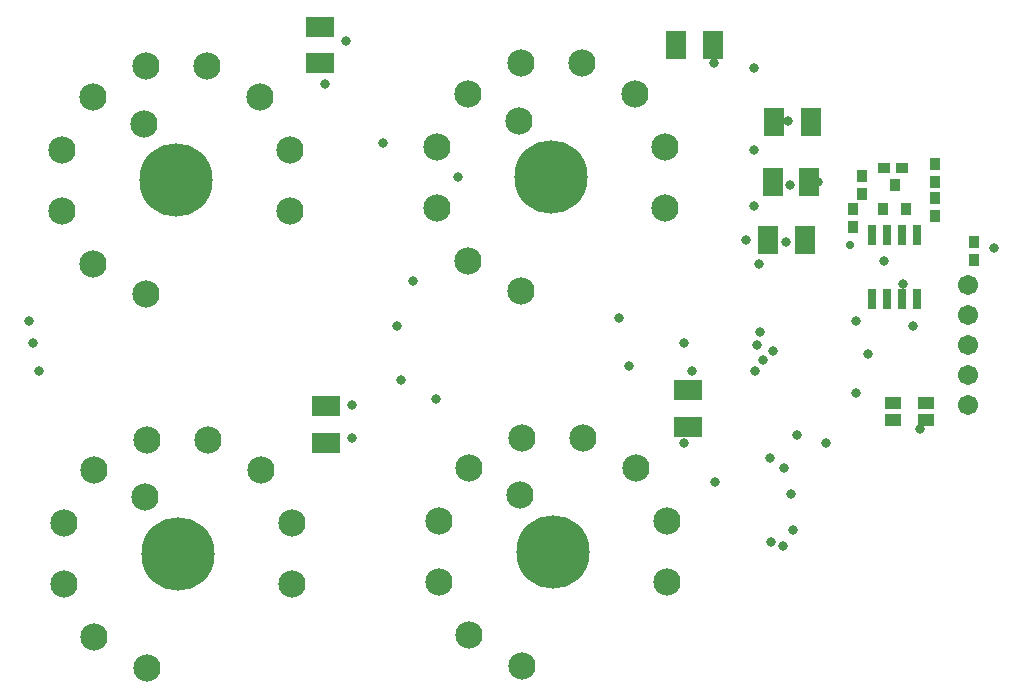
<source format=gts>
G04*
G04 #@! TF.GenerationSoftware,Altium Limited,Altium Designer,19.0.14 (431)*
G04*
G04 Layer_Color=8388736*
%FSLAX25Y25*%
%MOIN*%
G70*
G01*
G75*
%ADD12C,0.00000*%
%ADD13R,0.03162X0.06902*%
%ADD14R,0.03753X0.03950*%
%ADD15R,0.03950X0.03753*%
%ADD16R,0.03556X0.04343*%
%ADD17R,0.09461X0.06706*%
%ADD18R,0.06706X0.09461*%
%ADD19R,0.05524X0.04343*%
%ADD20C,0.24422*%
%ADD21C,0.09068*%
%ADD22C,0.06706*%
%ADD23C,0.03162*%
%ADD24C,0.02800*%
D12*
X-34215Y42810D02*
X-34401Y43806D01*
X-34934Y44667D01*
X-35743Y45277D01*
X-36717Y45555D01*
X-37725Y45461D01*
X-38632Y45010D01*
X-39314Y44261D01*
X-39680Y43317D01*
Y42304D01*
X-39314Y41359D01*
X-38632Y40611D01*
X-37725Y40159D01*
X-36717Y40066D01*
X-35743Y40343D01*
X-34934Y40953D01*
X-34401Y41815D01*
X-34215Y42810D01*
X-34215Y63190D02*
X-34401Y64185D01*
X-34934Y65046D01*
X-35743Y65657D01*
X-36717Y65934D01*
X-37725Y65841D01*
X-38632Y65389D01*
X-39314Y64641D01*
X-39680Y63696D01*
Y62683D01*
X-39314Y61739D01*
X-38632Y60990D01*
X-37725Y60539D01*
X-36717Y60445D01*
X-35743Y60723D01*
X-34934Y61333D01*
X-34401Y62194D01*
X-34215Y63190D01*
X-44405Y80839D02*
X-44591Y81835D01*
X-45124Y82696D01*
X-45932Y83306D01*
X-46907Y83583D01*
X-47915Y83490D01*
X-48822Y83039D01*
X-49504Y82290D01*
X-49870Y81346D01*
Y80333D01*
X-49504Y79388D01*
X-48822Y78640D01*
X-47915Y78189D01*
X-46907Y78095D01*
X-45932Y78372D01*
X-45124Y78983D01*
X-44591Y79844D01*
X-44405Y80839D01*
X-62054Y91029D02*
X-62240Y92024D01*
X-62774Y92886D01*
X-63582Y93496D01*
X-64556Y93773D01*
X-65564Y93680D01*
X-66471Y93228D01*
X-67153Y92480D01*
X-67519Y91535D01*
Y90522D01*
X-67153Y89578D01*
X-66471Y88829D01*
X-65564Y88378D01*
X-64556Y88284D01*
X-63582Y88562D01*
X-62774Y89172D01*
X-62240Y90033D01*
X-62054Y91029D01*
X-83071Y71753D02*
X-83257Y72749D01*
X-83790Y73610D01*
X-84598Y74220D01*
X-85573Y74497D01*
X-86581Y74404D01*
X-87488Y73952D01*
X-88170Y73204D01*
X-88536Y72259D01*
Y71246D01*
X-88170Y70302D01*
X-87488Y69554D01*
X-86581Y69102D01*
X-85573Y69009D01*
X-84598Y69286D01*
X-83790Y69896D01*
X-83257Y70757D01*
X-83071Y71753D01*
X-82434Y91029D02*
X-82620Y92025D01*
X-83153Y92886D01*
X-83961Y93496D01*
X-84935Y93773D01*
X-85944Y93680D01*
X-86851Y93228D01*
X-87533Y92480D01*
X-87899Y91536D01*
Y90523D01*
X-87533Y89578D01*
X-86851Y88830D01*
X-85944Y88378D01*
X-84935Y88285D01*
X-83961Y88562D01*
X-83153Y89172D01*
X-82620Y90034D01*
X-82434Y91029D01*
X-100083Y80839D02*
X-100269Y81835D01*
X-100803Y82696D01*
X-101611Y83306D01*
X-102585Y83583D01*
X-103594Y83490D01*
X-104500Y83038D01*
X-105183Y82290D01*
X-105548Y81345D01*
Y80333D01*
X-105183Y79388D01*
X-104500Y78640D01*
X-103594Y78188D01*
X-102585Y78095D01*
X-101611Y78372D01*
X-100803Y78982D01*
X-100269Y79843D01*
X-100083Y80839D01*
X-110273Y63190D02*
X-110459Y64185D01*
X-110992Y65047D01*
X-111800Y65657D01*
X-112775Y65934D01*
X-113783Y65841D01*
X-114690Y65389D01*
X-115372Y64641D01*
X-115738Y63696D01*
Y62683D01*
X-115372Y61739D01*
X-114690Y60990D01*
X-113783Y60539D01*
X-112775Y60445D01*
X-111800Y60723D01*
X-110992Y61333D01*
X-110459Y62194D01*
X-110273Y63190D01*
X-110273Y42810D02*
X-110459Y43806D01*
X-110992Y44667D01*
X-111801Y45277D01*
X-112775Y45555D01*
X-113783Y45461D01*
X-114690Y45010D01*
X-115372Y44261D01*
X-115738Y43317D01*
Y42304D01*
X-115372Y41359D01*
X-114690Y40611D01*
X-113783Y40159D01*
X-112775Y40066D01*
X-111801Y40343D01*
X-110992Y40954D01*
X-110459Y41815D01*
X-110273Y42810D01*
X-100083Y25161D02*
X-100269Y26156D01*
X-100802Y27017D01*
X-101611Y27628D01*
X-102585Y27905D01*
X-103593Y27812D01*
X-104500Y27360D01*
X-105182Y26612D01*
X-105548Y25667D01*
Y24654D01*
X-105182Y23710D01*
X-104500Y22961D01*
X-103593Y22510D01*
X-102585Y22416D01*
X-101611Y22694D01*
X-100802Y23304D01*
X-100269Y24165D01*
X-100083Y25161D01*
X-82434Y14971D02*
X-82620Y15967D01*
X-83153Y16828D01*
X-83961Y17438D01*
X-84935Y17716D01*
X-85944Y17622D01*
X-86851Y17171D01*
X-87533Y16422D01*
X-87899Y15478D01*
Y14465D01*
X-87533Y13520D01*
X-86851Y12772D01*
X-85944Y12320D01*
X-84935Y12227D01*
X-83961Y12504D01*
X-83153Y13115D01*
X-82620Y13976D01*
X-82434Y14971D01*
X91285Y-81029D02*
X91099Y-80033D01*
X90566Y-79172D01*
X89757Y-78562D01*
X88783Y-78285D01*
X87775Y-78378D01*
X86868Y-78829D01*
X86186Y-79578D01*
X85820Y-80522D01*
Y-81535D01*
X86186Y-82480D01*
X86868Y-83228D01*
X87775Y-83680D01*
X88783Y-83773D01*
X89757Y-83496D01*
X90566Y-82885D01*
X91099Y-82024D01*
X91285Y-81029D01*
X91285Y-60649D02*
X91099Y-59654D01*
X90566Y-58793D01*
X89758Y-58182D01*
X88783Y-57905D01*
X87775Y-57999D01*
X86868Y-58450D01*
X86186Y-59198D01*
X85820Y-60143D01*
Y-61156D01*
X86186Y-62100D01*
X86868Y-62849D01*
X87775Y-63300D01*
X88783Y-63393D01*
X89758Y-63116D01*
X90566Y-62506D01*
X91099Y-61645D01*
X91285Y-60649D01*
X81095Y-43000D02*
X80909Y-42004D01*
X80376Y-41143D01*
X79567Y-40533D01*
X78593Y-40255D01*
X77585Y-40349D01*
X76678Y-40800D01*
X75996Y-41549D01*
X75630Y-42493D01*
Y-43506D01*
X75996Y-44451D01*
X76678Y-45199D01*
X77585Y-45651D01*
X78593Y-45744D01*
X79567Y-45467D01*
X80376Y-44856D01*
X80909Y-43995D01*
X81095Y-43000D01*
X63446Y-32810D02*
X63260Y-31815D01*
X62726Y-30953D01*
X61918Y-30343D01*
X60944Y-30066D01*
X59936Y-30159D01*
X59029Y-30611D01*
X58347Y-31359D01*
X57981Y-32304D01*
Y-33317D01*
X58347Y-34261D01*
X59029Y-35010D01*
X59936Y-35461D01*
X60944Y-35555D01*
X61918Y-35277D01*
X62726Y-34667D01*
X63260Y-33806D01*
X63446Y-32810D01*
X42429Y-52086D02*
X42243Y-51091D01*
X41710Y-50229D01*
X40901Y-49619D01*
X39927Y-49342D01*
X38919Y-49435D01*
X38012Y-49887D01*
X37330Y-50635D01*
X36964Y-51580D01*
Y-52592D01*
X37330Y-53537D01*
X38012Y-54285D01*
X38919Y-54737D01*
X39927Y-54830D01*
X40901Y-54553D01*
X41710Y-53943D01*
X42243Y-53082D01*
X42429Y-52086D01*
X43066Y-32810D02*
X42880Y-31814D01*
X42347Y-30953D01*
X41539Y-30343D01*
X40565Y-30066D01*
X39556Y-30159D01*
X38649Y-30611D01*
X37967Y-31359D01*
X37601Y-32304D01*
Y-33316D01*
X37967Y-34261D01*
X38649Y-35009D01*
X39556Y-35461D01*
X40565Y-35554D01*
X41539Y-35277D01*
X42347Y-34667D01*
X42880Y-33806D01*
X43066Y-32810D01*
X25417Y-43000D02*
X25231Y-42004D01*
X24697Y-41143D01*
X23889Y-40533D01*
X22915Y-40256D01*
X21906Y-40349D01*
X21000Y-40801D01*
X20317Y-41549D01*
X19952Y-42494D01*
Y-43506D01*
X20317Y-44451D01*
X21000Y-45199D01*
X21906Y-45651D01*
X22915Y-45744D01*
X23889Y-45467D01*
X24697Y-44857D01*
X25231Y-43995D01*
X25417Y-43000D01*
X15227Y-60649D02*
X15041Y-59654D01*
X14508Y-58793D01*
X13700Y-58182D01*
X12725Y-57905D01*
X11717Y-57998D01*
X10810Y-58450D01*
X10128Y-59198D01*
X9762Y-60143D01*
Y-61156D01*
X10128Y-62100D01*
X10810Y-62849D01*
X11717Y-63300D01*
X12725Y-63393D01*
X13700Y-63116D01*
X14508Y-62506D01*
X15041Y-61645D01*
X15227Y-60649D01*
X15227Y-81029D02*
X15041Y-80033D01*
X14508Y-79172D01*
X13699Y-78562D01*
X12725Y-78285D01*
X11717Y-78378D01*
X10810Y-78829D01*
X10128Y-79578D01*
X9762Y-80522D01*
Y-81535D01*
X10128Y-82480D01*
X10810Y-83228D01*
X11717Y-83679D01*
X12725Y-83773D01*
X13699Y-83496D01*
X14508Y-82885D01*
X15041Y-82024D01*
X15227Y-81029D01*
X25417Y-98678D02*
X25231Y-97683D01*
X24698Y-96822D01*
X23889Y-96211D01*
X22915Y-95934D01*
X21907Y-96027D01*
X21000Y-96479D01*
X20318Y-97227D01*
X19952Y-98172D01*
Y-99185D01*
X20318Y-100129D01*
X21000Y-100878D01*
X21907Y-101329D01*
X22915Y-101423D01*
X23889Y-101145D01*
X24698Y-100535D01*
X25231Y-99674D01*
X25417Y-98678D01*
X43066Y-108868D02*
X42880Y-107872D01*
X42347Y-107011D01*
X41539Y-106401D01*
X40565Y-106123D01*
X39556Y-106217D01*
X38649Y-106668D01*
X37967Y-107417D01*
X37601Y-108361D01*
Y-109374D01*
X37967Y-110319D01*
X38649Y-111067D01*
X39556Y-111519D01*
X40565Y-111612D01*
X41539Y-111335D01*
X42347Y-110724D01*
X42880Y-109863D01*
X43066Y-108868D01*
X-81934Y-109529D02*
X-82120Y-108533D01*
X-82653Y-107672D01*
X-83461Y-107062D01*
X-84435Y-106784D01*
X-85444Y-106878D01*
X-86351Y-107329D01*
X-87033Y-108078D01*
X-87399Y-109022D01*
Y-110035D01*
X-87033Y-110980D01*
X-86351Y-111728D01*
X-85444Y-112180D01*
X-84435Y-112273D01*
X-83461Y-111996D01*
X-82653Y-111386D01*
X-82120Y-110524D01*
X-81934Y-109529D01*
X-99583Y-99339D02*
X-99769Y-98344D01*
X-100302Y-97483D01*
X-101111Y-96872D01*
X-102085Y-96595D01*
X-103093Y-96688D01*
X-104000Y-97140D01*
X-104682Y-97888D01*
X-105048Y-98833D01*
Y-99846D01*
X-104682Y-100790D01*
X-104000Y-101539D01*
X-103093Y-101990D01*
X-102085Y-102084D01*
X-101111Y-101806D01*
X-100302Y-101196D01*
X-99769Y-100335D01*
X-99583Y-99339D01*
X-109773Y-81690D02*
X-109959Y-80694D01*
X-110492Y-79833D01*
X-111301Y-79223D01*
X-112275Y-78945D01*
X-113283Y-79039D01*
X-114190Y-79490D01*
X-114872Y-80239D01*
X-115238Y-81183D01*
Y-82196D01*
X-114872Y-83141D01*
X-114190Y-83889D01*
X-113283Y-84341D01*
X-112275Y-84434D01*
X-111301Y-84157D01*
X-110492Y-83546D01*
X-109959Y-82685D01*
X-109773Y-81690D01*
X-109773Y-61310D02*
X-109959Y-60315D01*
X-110492Y-59453D01*
X-111300Y-58843D01*
X-112275Y-58566D01*
X-113283Y-58659D01*
X-114190Y-59111D01*
X-114872Y-59859D01*
X-115238Y-60804D01*
Y-61817D01*
X-114872Y-62761D01*
X-114190Y-63510D01*
X-113283Y-63961D01*
X-112275Y-64055D01*
X-111300Y-63777D01*
X-110492Y-63167D01*
X-109959Y-62306D01*
X-109773Y-61310D01*
X-99583Y-43661D02*
X-99769Y-42665D01*
X-100303Y-41804D01*
X-101111Y-41194D01*
X-102085Y-40917D01*
X-103094Y-41010D01*
X-104000Y-41462D01*
X-104683Y-42210D01*
X-105048Y-43154D01*
Y-44167D01*
X-104683Y-45112D01*
X-104000Y-45860D01*
X-103094Y-46312D01*
X-102085Y-46405D01*
X-101111Y-46128D01*
X-100303Y-45518D01*
X-99769Y-44657D01*
X-99583Y-43661D01*
X-81934Y-33471D02*
X-82120Y-32475D01*
X-82653Y-31614D01*
X-83461Y-31004D01*
X-84435Y-30727D01*
X-85444Y-30820D01*
X-86351Y-31272D01*
X-87033Y-32020D01*
X-87399Y-32965D01*
Y-33977D01*
X-87033Y-34922D01*
X-86351Y-35670D01*
X-85444Y-36122D01*
X-84435Y-36215D01*
X-83461Y-35938D01*
X-82653Y-35328D01*
X-82120Y-34466D01*
X-81934Y-33471D01*
X-82571Y-52747D02*
X-82757Y-51752D01*
X-83290Y-50890D01*
X-84099Y-50280D01*
X-85073Y-50003D01*
X-86081Y-50096D01*
X-86988Y-50548D01*
X-87670Y-51296D01*
X-88036Y-52241D01*
Y-53254D01*
X-87670Y-54198D01*
X-86988Y-54946D01*
X-86081Y-55398D01*
X-85073Y-55491D01*
X-84099Y-55214D01*
X-83290Y-54604D01*
X-82757Y-53743D01*
X-82571Y-52747D01*
X-61554Y-33471D02*
X-61740Y-32476D01*
X-62274Y-31615D01*
X-63082Y-31004D01*
X-64056Y-30727D01*
X-65064Y-30820D01*
X-65971Y-31272D01*
X-66653Y-32020D01*
X-67019Y-32965D01*
Y-33978D01*
X-66653Y-34922D01*
X-65971Y-35671D01*
X-65064Y-36122D01*
X-64056Y-36215D01*
X-63082Y-35938D01*
X-62274Y-35328D01*
X-61740Y-34467D01*
X-61554Y-33471D01*
X-43905Y-43661D02*
X-44091Y-42665D01*
X-44624Y-41804D01*
X-45432Y-41194D01*
X-46407Y-40916D01*
X-47415Y-41010D01*
X-48322Y-41461D01*
X-49004Y-42210D01*
X-49370Y-43154D01*
Y-44167D01*
X-49004Y-45112D01*
X-48322Y-45860D01*
X-47415Y-46312D01*
X-46407Y-46405D01*
X-45432Y-46128D01*
X-44624Y-45517D01*
X-44091Y-44656D01*
X-43905Y-43661D01*
X-33715Y-61310D02*
X-33901Y-60315D01*
X-34434Y-59454D01*
X-35243Y-58843D01*
X-36217Y-58566D01*
X-37225Y-58659D01*
X-38132Y-59111D01*
X-38814Y-59859D01*
X-39180Y-60804D01*
Y-61817D01*
X-38814Y-62761D01*
X-38132Y-63510D01*
X-37225Y-63961D01*
X-36217Y-64055D01*
X-35243Y-63777D01*
X-34434Y-63167D01*
X-33901Y-62306D01*
X-33715Y-61310D01*
X-33715Y-81690D02*
X-33901Y-80694D01*
X-34435Y-79833D01*
X-35243Y-79223D01*
X-36217Y-78945D01*
X-37225Y-79039D01*
X-38132Y-79490D01*
X-38814Y-80239D01*
X-39180Y-81183D01*
Y-82196D01*
X-38814Y-83141D01*
X-38132Y-83889D01*
X-37225Y-84341D01*
X-36217Y-84434D01*
X-35243Y-84157D01*
X-34435Y-83547D01*
X-33901Y-82685D01*
X-33715Y-81690D01*
X42566Y15971D02*
X42380Y16967D01*
X41847Y17828D01*
X41039Y18438D01*
X40064Y18715D01*
X39056Y18622D01*
X38149Y18171D01*
X37467Y17422D01*
X37101Y16478D01*
Y15465D01*
X37467Y14520D01*
X38149Y13772D01*
X39056Y13320D01*
X40064Y13227D01*
X41039Y13504D01*
X41847Y14115D01*
X42380Y14976D01*
X42566Y15971D01*
X24917Y26161D02*
X24731Y27156D01*
X24198Y28017D01*
X23389Y28628D01*
X22415Y28905D01*
X21407Y28811D01*
X20500Y28360D01*
X19818Y27612D01*
X19452Y26667D01*
Y25654D01*
X19818Y24710D01*
X20500Y23961D01*
X21407Y23510D01*
X22415Y23416D01*
X23389Y23694D01*
X24198Y24304D01*
X24731Y25165D01*
X24917Y26161D01*
X14727Y43810D02*
X14541Y44806D01*
X14008Y45667D01*
X13199Y46277D01*
X12225Y46554D01*
X11217Y46461D01*
X10310Y46010D01*
X9628Y45261D01*
X9262Y44317D01*
Y43304D01*
X9628Y42359D01*
X10310Y41611D01*
X11217Y41159D01*
X12225Y41066D01*
X13199Y41343D01*
X14008Y41954D01*
X14541Y42815D01*
X14727Y43810D01*
X14727Y64190D02*
X14541Y65185D01*
X14008Y66047D01*
X13200Y66657D01*
X12225Y66934D01*
X11217Y66841D01*
X10310Y66389D01*
X9628Y65641D01*
X9262Y64696D01*
Y63683D01*
X9628Y62739D01*
X10310Y61990D01*
X11217Y61539D01*
X12225Y61445D01*
X13200Y61723D01*
X14008Y62333D01*
X14541Y63194D01*
X14727Y64190D01*
X24917Y81839D02*
X24731Y82835D01*
X24197Y83696D01*
X23389Y84306D01*
X22415Y84583D01*
X21407Y84490D01*
X20500Y84038D01*
X19817Y83290D01*
X19452Y82345D01*
Y81333D01*
X19817Y80388D01*
X20500Y79640D01*
X21407Y79188D01*
X22415Y79095D01*
X23389Y79372D01*
X24197Y79982D01*
X24731Y80844D01*
X24917Y81839D01*
X42566Y92029D02*
X42380Y93025D01*
X41847Y93886D01*
X41039Y94496D01*
X40065Y94773D01*
X39056Y94680D01*
X38149Y94228D01*
X37467Y93480D01*
X37101Y92536D01*
Y91523D01*
X37467Y90578D01*
X38149Y89830D01*
X39056Y89378D01*
X40065Y89285D01*
X41039Y89562D01*
X41847Y90172D01*
X42380Y91034D01*
X42566Y92029D01*
X41929Y72753D02*
X41743Y73748D01*
X41210Y74610D01*
X40401Y75220D01*
X39427Y75497D01*
X38419Y75404D01*
X37512Y74952D01*
X36830Y74204D01*
X36464Y73259D01*
Y72246D01*
X36830Y71302D01*
X37512Y70554D01*
X38419Y70102D01*
X39427Y70009D01*
X40401Y70286D01*
X41210Y70896D01*
X41743Y71757D01*
X41929Y72753D01*
X62946Y92029D02*
X62760Y93024D01*
X62226Y93885D01*
X61418Y94496D01*
X60444Y94773D01*
X59436Y94680D01*
X58529Y94228D01*
X57847Y93480D01*
X57481Y92535D01*
Y91522D01*
X57847Y90578D01*
X58529Y89829D01*
X59436Y89378D01*
X60444Y89284D01*
X61418Y89562D01*
X62226Y90172D01*
X62760Y91033D01*
X62946Y92029D01*
X80595Y81839D02*
X80409Y82835D01*
X79876Y83696D01*
X79067Y84306D01*
X78093Y84583D01*
X77085Y84490D01*
X76178Y84039D01*
X75496Y83290D01*
X75130Y82346D01*
Y81333D01*
X75496Y80388D01*
X76178Y79640D01*
X77085Y79189D01*
X78093Y79095D01*
X79067Y79372D01*
X79876Y79983D01*
X80409Y80844D01*
X80595Y81839D01*
X90785Y64190D02*
X90599Y65185D01*
X90066Y66046D01*
X89258Y66657D01*
X88283Y66934D01*
X87275Y66840D01*
X86368Y66389D01*
X85686Y65640D01*
X85320Y64696D01*
Y63683D01*
X85686Y62739D01*
X86368Y61990D01*
X87275Y61539D01*
X88283Y61445D01*
X89258Y61723D01*
X90066Y62333D01*
X90599Y63194D01*
X90785Y64190D01*
X90785Y43810D02*
X90599Y44806D01*
X90065Y45667D01*
X89257Y46277D01*
X88283Y46554D01*
X87275Y46461D01*
X86368Y46010D01*
X85686Y45261D01*
X85320Y44317D01*
Y43304D01*
X85686Y42359D01*
X86368Y41611D01*
X87275Y41159D01*
X88283Y41066D01*
X89257Y41343D01*
X90065Y41954D01*
X90599Y42815D01*
X90785Y43810D01*
D13*
X157000Y13370D02*
D03*
X162000D02*
D03*
X167000D02*
D03*
X172000D02*
D03*
Y34630D02*
D03*
X167000D02*
D03*
X162000D02*
D03*
X157000D02*
D03*
D14*
X191000Y26547D02*
D03*
Y32453D02*
D03*
X153500Y54453D02*
D03*
Y48547D02*
D03*
X178000Y58453D02*
D03*
Y52547D02*
D03*
X150500Y43453D02*
D03*
Y37547D02*
D03*
X178000Y46953D02*
D03*
Y41047D02*
D03*
D15*
X167000Y57000D02*
D03*
X161094D02*
D03*
D16*
X160760Y43563D02*
D03*
X168240D02*
D03*
X164500Y51437D02*
D03*
D17*
X95500Y-17000D02*
D03*
Y-29205D02*
D03*
X-25000Y-34602D02*
D03*
Y-22398D02*
D03*
X-27000Y91898D02*
D03*
Y104102D02*
D03*
D18*
X103941Y98000D02*
D03*
X91737D02*
D03*
X122295Y33000D02*
D03*
X134500D02*
D03*
X124295Y72500D02*
D03*
X136500D02*
D03*
X123898Y52500D02*
D03*
X136102D02*
D03*
D19*
X163988Y-26854D02*
D03*
Y-21146D02*
D03*
X175012D02*
D03*
Y-26854D02*
D03*
D20*
X50500Y-70839D02*
D03*
X50000Y54000D02*
D03*
X-75000Y53000D02*
D03*
X-74500Y-71500D02*
D03*
D21*
X-85190Y14971D02*
D03*
X-102839Y25161D02*
D03*
X-113029Y42810D02*
D03*
X-113029Y63190D02*
D03*
X-102839Y80839D02*
D03*
X-85190Y91029D02*
D03*
X-64810Y91029D02*
D03*
X-47161Y80839D02*
D03*
X-36971Y63190D02*
D03*
X-36971Y42810D02*
D03*
X-85827Y71753D02*
D03*
X40310Y-108868D02*
D03*
X22661Y-98678D02*
D03*
X12471Y-81029D02*
D03*
X12471Y-60649D02*
D03*
X22661Y-43000D02*
D03*
X40310Y-32810D02*
D03*
X60690Y-32810D02*
D03*
X78339Y-43000D02*
D03*
X88529Y-60649D02*
D03*
X88529Y-81029D02*
D03*
X39673Y-52086D02*
D03*
X-85327Y-52747D02*
D03*
X-36471Y-81690D02*
D03*
X-36471Y-61310D02*
D03*
X-46661Y-43661D02*
D03*
X-64310Y-33471D02*
D03*
X-84690Y-33471D02*
D03*
X-102339Y-43661D02*
D03*
X-112529Y-61310D02*
D03*
X-112529Y-81690D02*
D03*
X-102339Y-99339D02*
D03*
X-84690Y-109529D02*
D03*
X39173Y72753D02*
D03*
X88029Y43810D02*
D03*
X88029Y64190D02*
D03*
X77839Y81839D02*
D03*
X60190Y92029D02*
D03*
X39810Y92029D02*
D03*
X22161Y81839D02*
D03*
X11971Y64190D02*
D03*
X11971Y43810D02*
D03*
X22161Y26161D02*
D03*
X39810Y15971D02*
D03*
D22*
X189000Y18000D02*
D03*
Y8000D02*
D03*
Y-2000D02*
D03*
Y-12000D02*
D03*
Y-22000D02*
D03*
D23*
X94126Y-34740D02*
D03*
X-16500Y-22000D02*
D03*
X76000Y-9000D02*
D03*
X72500Y7063D02*
D03*
X127240Y-68830D02*
D03*
X119176Y25161D02*
D03*
X118679Y-2071D02*
D03*
X-120811Y-10500D02*
D03*
X-122743Y-1250D02*
D03*
X-124026Y5952D02*
D03*
X137626Y74374D02*
D03*
X119500Y2358D02*
D03*
X124047Y-4000D02*
D03*
X-16500Y-32810D02*
D03*
X129500Y51500D02*
D03*
X0Y-13500D02*
D03*
X128240Y32453D02*
D03*
X151500Y6000D02*
D03*
X167378Y18500D02*
D03*
X161047Y26000D02*
D03*
X94906Y-17594D02*
D03*
X91500Y101000D02*
D03*
X11500Y-20000D02*
D03*
X-1500Y4417D02*
D03*
X117500Y90398D02*
D03*
Y62906D02*
D03*
X115032Y33142D02*
D03*
X117500Y44500D02*
D03*
X3839Y19417D02*
D03*
X135126Y31626D02*
D03*
X139000Y52500D02*
D03*
X129000Y72753D02*
D03*
X197500Y30500D02*
D03*
X130500Y-63500D02*
D03*
X151500Y-18000D02*
D03*
X141500Y-34602D02*
D03*
X129953Y-51453D02*
D03*
X127500Y-43000D02*
D03*
X123240Y-67547D02*
D03*
X123000Y-39500D02*
D03*
X104500Y-47500D02*
D03*
X-25500Y85000D02*
D03*
X-18500Y99500D02*
D03*
X-6000Y65500D02*
D03*
X19000Y54000D02*
D03*
X97000Y-10500D02*
D03*
X118000D02*
D03*
X120500Y-7000D02*
D03*
X94250Y-1250D02*
D03*
X104398Y91898D02*
D03*
X173000Y-30000D02*
D03*
X155500Y-5000D02*
D03*
X170610Y4327D02*
D03*
X132000Y-32000D02*
D03*
D24*
X149500Y31327D02*
D03*
M02*

</source>
